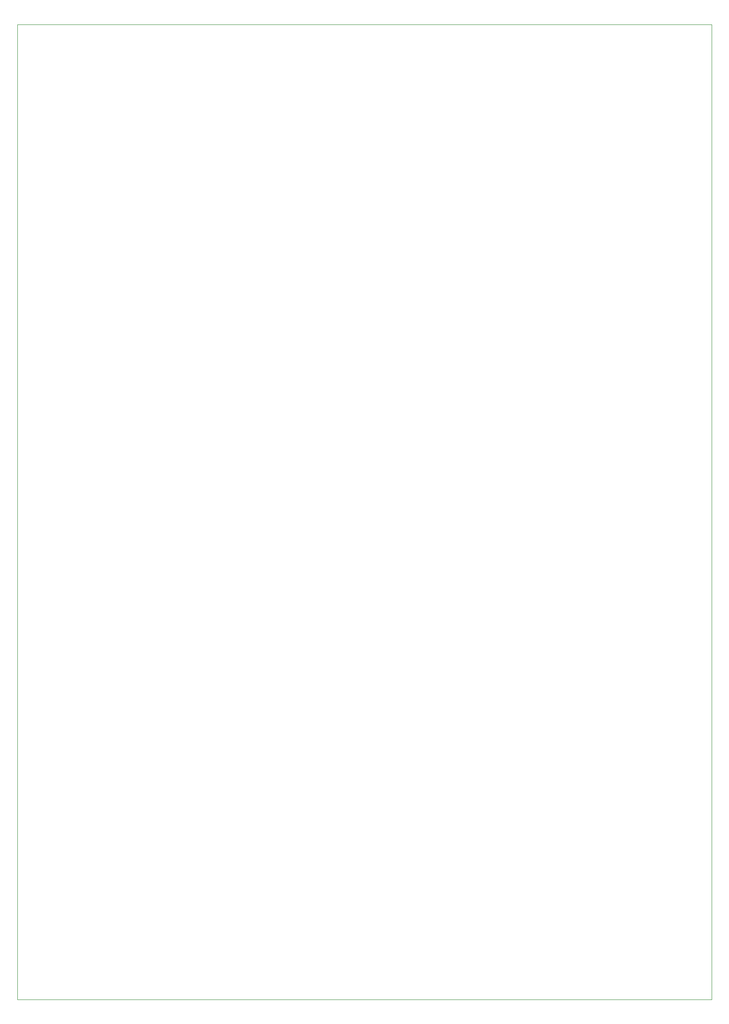
<source format=gm1>
G04 #@! TF.GenerationSoftware,KiCad,Pcbnew,6.0.5+dfsg-1~bpo11+1*
G04 #@! TF.CreationDate,2022-07-21T18:26:45+00:00*
G04 #@! TF.ProjectId,VCF_VCA_board,5643465f-5643-4415-9f62-6f6172642e6b,0*
G04 #@! TF.SameCoordinates,Original*
G04 #@! TF.FileFunction,Profile,NP*
%FSLAX46Y46*%
G04 Gerber Fmt 4.6, Leading zero omitted, Abs format (unit mm)*
G04 Created by KiCad (PCBNEW 6.0.5+dfsg-1~bpo11+1) date 2022-07-21 18:26:45*
%MOMM*%
%LPD*%
G01*
G04 APERTURE LIST*
G04 #@! TA.AperFunction,Profile*
%ADD10C,0.050000*%
G04 #@! TD*
G04 APERTURE END LIST*
D10*
X172085000Y-41910000D02*
X40005000Y-41910000D01*
X172085000Y-227330000D02*
X172085000Y-41910000D01*
X40005000Y-41910000D02*
X40005000Y-227330000D01*
X40005000Y-227330000D02*
X172085000Y-227330000D01*
M02*

</source>
